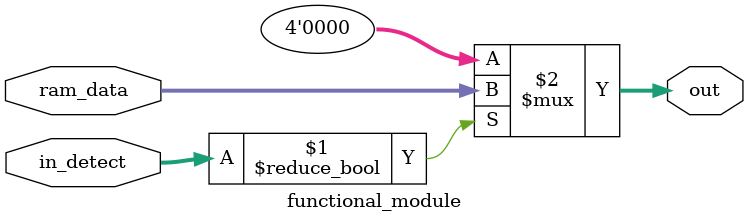
<source format=v>

module top_module (
    input clk,
    input reset, // Synchronous active-high reset
    input [3:0] write_data, // 4-bit input for the RAM module
    input [2:0] write_addr, // Address input for the RAM module
    input write_en, // Write enable input for the RAM module
    input [3:0] in, // Input signal for the input signal detection module
    input select, // Select input to choose between RAM module and functional module
    input [2:0] read_addr, // Address input for the functional module
    input read_en, // Read enable input for the functional module
    output [3:0] read_data // 4-bit output from the active module
);

wire [3:0] ram_data;
wire [3:0] func_data;
wire [3:0] in_detect;

dual_port_ram dp_ram (
    .clk(clk),
    .reset(reset),
    .write_data(write_data),
    .write_addr(write_addr),
    .write_en(write_en),
    .read_data(ram_data),
    .read_addr(read_addr),
    .read_en(read_en)
);

input_signal_detection isd (
    .clk(clk),
    .in(in),
    .out(in_detect)
);

functional_module fm (
    .ram_data(ram_data),
    .in_detect(in_detect),
    .out(func_data)
);

assign read_data = select ? func_data : ram_data;

endmodule
module dual_port_ram (
    input clk,
    input reset,
    input [3:0] write_data,
    input [2:0] write_addr,
    input write_en,
    output [3:0] read_data,
    input [2:0] read_addr,
    input read_en
);

reg [3:0] memory [7:0];

always @(posedge clk) begin
    if (reset) begin
        memory[write_addr] <= 4'b1111;
    end else if (write_en) begin
        memory[write_addr] <= write_data;
    end
end

assign read_data = memory[read_addr];

endmodule
module input_signal_detection (
    input clk,
    input [3:0] in,
    output [3:0] out
);

reg [3:0] prev_in;

always @(posedge clk) begin
    prev_in <= in;
end

assign out = (prev_in == 4'b0001) & (in == 4'b0000) ? 4'b1111 : 4'b0000;

endmodule
module functional_module (
    input [3:0] ram_data,
    input [3:0] in_detect,
    output [3:0] out
);

assign out = in_detect ? ram_data : 4'b0000;

endmodule
</source>
